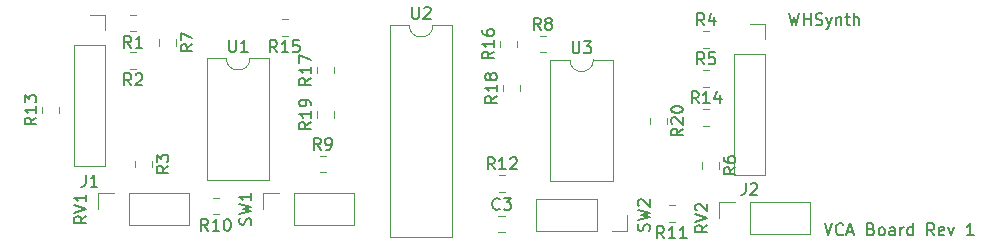
<source format=gbr>
G04 #@! TF.GenerationSoftware,KiCad,Pcbnew,(5.1.2-1)-1*
G04 #@! TF.CreationDate,2019-08-21T10:56:26-07:00*
G04 #@! TF.ProjectId,AS3360_VCA,41533333-3630-45f5-9643-412e6b696361,rev?*
G04 #@! TF.SameCoordinates,Original*
G04 #@! TF.FileFunction,Legend,Top*
G04 #@! TF.FilePolarity,Positive*
%FSLAX46Y46*%
G04 Gerber Fmt 4.6, Leading zero omitted, Abs format (unit mm)*
G04 Created by KiCad (PCBNEW (5.1.2-1)-1) date 2019-08-21 10:56:26*
%MOMM*%
%LPD*%
G04 APERTURE LIST*
%ADD10C,0.150000*%
%ADD11C,0.120000*%
G04 APERTURE END LIST*
D10*
X119372857Y-108672380D02*
X119706190Y-109672380D01*
X120039523Y-108672380D01*
X120944285Y-109577142D02*
X120896666Y-109624761D01*
X120753809Y-109672380D01*
X120658571Y-109672380D01*
X120515714Y-109624761D01*
X120420476Y-109529523D01*
X120372857Y-109434285D01*
X120325238Y-109243809D01*
X120325238Y-109100952D01*
X120372857Y-108910476D01*
X120420476Y-108815238D01*
X120515714Y-108720000D01*
X120658571Y-108672380D01*
X120753809Y-108672380D01*
X120896666Y-108720000D01*
X120944285Y-108767619D01*
X121325238Y-109386666D02*
X121801428Y-109386666D01*
X121230000Y-109672380D02*
X121563333Y-108672380D01*
X121896666Y-109672380D01*
X123325238Y-109148571D02*
X123468095Y-109196190D01*
X123515714Y-109243809D01*
X123563333Y-109339047D01*
X123563333Y-109481904D01*
X123515714Y-109577142D01*
X123468095Y-109624761D01*
X123372857Y-109672380D01*
X122991904Y-109672380D01*
X122991904Y-108672380D01*
X123325238Y-108672380D01*
X123420476Y-108720000D01*
X123468095Y-108767619D01*
X123515714Y-108862857D01*
X123515714Y-108958095D01*
X123468095Y-109053333D01*
X123420476Y-109100952D01*
X123325238Y-109148571D01*
X122991904Y-109148571D01*
X124134761Y-109672380D02*
X124039523Y-109624761D01*
X123991904Y-109577142D01*
X123944285Y-109481904D01*
X123944285Y-109196190D01*
X123991904Y-109100952D01*
X124039523Y-109053333D01*
X124134761Y-109005714D01*
X124277619Y-109005714D01*
X124372857Y-109053333D01*
X124420476Y-109100952D01*
X124468095Y-109196190D01*
X124468095Y-109481904D01*
X124420476Y-109577142D01*
X124372857Y-109624761D01*
X124277619Y-109672380D01*
X124134761Y-109672380D01*
X125325238Y-109672380D02*
X125325238Y-109148571D01*
X125277619Y-109053333D01*
X125182380Y-109005714D01*
X124991904Y-109005714D01*
X124896666Y-109053333D01*
X125325238Y-109624761D02*
X125230000Y-109672380D01*
X124991904Y-109672380D01*
X124896666Y-109624761D01*
X124849047Y-109529523D01*
X124849047Y-109434285D01*
X124896666Y-109339047D01*
X124991904Y-109291428D01*
X125230000Y-109291428D01*
X125325238Y-109243809D01*
X125801428Y-109672380D02*
X125801428Y-109005714D01*
X125801428Y-109196190D02*
X125849047Y-109100952D01*
X125896666Y-109053333D01*
X125991904Y-109005714D01*
X126087142Y-109005714D01*
X126849047Y-109672380D02*
X126849047Y-108672380D01*
X126849047Y-109624761D02*
X126753809Y-109672380D01*
X126563333Y-109672380D01*
X126468095Y-109624761D01*
X126420476Y-109577142D01*
X126372857Y-109481904D01*
X126372857Y-109196190D01*
X126420476Y-109100952D01*
X126468095Y-109053333D01*
X126563333Y-109005714D01*
X126753809Y-109005714D01*
X126849047Y-109053333D01*
X128658571Y-109672380D02*
X128325238Y-109196190D01*
X128087142Y-109672380D02*
X128087142Y-108672380D01*
X128468095Y-108672380D01*
X128563333Y-108720000D01*
X128610952Y-108767619D01*
X128658571Y-108862857D01*
X128658571Y-109005714D01*
X128610952Y-109100952D01*
X128563333Y-109148571D01*
X128468095Y-109196190D01*
X128087142Y-109196190D01*
X129468095Y-109624761D02*
X129372857Y-109672380D01*
X129182380Y-109672380D01*
X129087142Y-109624761D01*
X129039523Y-109529523D01*
X129039523Y-109148571D01*
X129087142Y-109053333D01*
X129182380Y-109005714D01*
X129372857Y-109005714D01*
X129468095Y-109053333D01*
X129515714Y-109148571D01*
X129515714Y-109243809D01*
X129039523Y-109339047D01*
X129849047Y-109005714D02*
X130087142Y-109672380D01*
X130325238Y-109005714D01*
X131991904Y-109672380D02*
X131420476Y-109672380D01*
X131706190Y-109672380D02*
X131706190Y-108672380D01*
X131610952Y-108815238D01*
X131515714Y-108910476D01*
X131420476Y-108958095D01*
X116380000Y-90892380D02*
X116618095Y-91892380D01*
X116808571Y-91178095D01*
X116999047Y-91892380D01*
X117237142Y-90892380D01*
X117618095Y-91892380D02*
X117618095Y-90892380D01*
X117618095Y-91368571D02*
X118189523Y-91368571D01*
X118189523Y-91892380D02*
X118189523Y-90892380D01*
X118618095Y-91844761D02*
X118760952Y-91892380D01*
X118999047Y-91892380D01*
X119094285Y-91844761D01*
X119141904Y-91797142D01*
X119189523Y-91701904D01*
X119189523Y-91606666D01*
X119141904Y-91511428D01*
X119094285Y-91463809D01*
X118999047Y-91416190D01*
X118808571Y-91368571D01*
X118713333Y-91320952D01*
X118665714Y-91273333D01*
X118618095Y-91178095D01*
X118618095Y-91082857D01*
X118665714Y-90987619D01*
X118713333Y-90940000D01*
X118808571Y-90892380D01*
X119046666Y-90892380D01*
X119189523Y-90940000D01*
X119522857Y-91225714D02*
X119760952Y-91892380D01*
X119999047Y-91225714D02*
X119760952Y-91892380D01*
X119665714Y-92130476D01*
X119618095Y-92178095D01*
X119522857Y-92225714D01*
X120380000Y-91225714D02*
X120380000Y-91892380D01*
X120380000Y-91320952D02*
X120427619Y-91273333D01*
X120522857Y-91225714D01*
X120665714Y-91225714D01*
X120760952Y-91273333D01*
X120808571Y-91368571D01*
X120808571Y-91892380D01*
X121141904Y-91225714D02*
X121522857Y-91225714D01*
X121284761Y-90892380D02*
X121284761Y-91749523D01*
X121332380Y-91844761D01*
X121427619Y-91892380D01*
X121522857Y-91892380D01*
X121856190Y-91892380D02*
X121856190Y-90892380D01*
X122284761Y-91892380D02*
X122284761Y-91368571D01*
X122237142Y-91273333D01*
X122141904Y-91225714D01*
X121999047Y-91225714D01*
X121903809Y-91273333D01*
X121856190Y-91320952D01*
D11*
X57150000Y-90999000D02*
X58480000Y-90999000D01*
X58480000Y-90999000D02*
X58480000Y-92329000D01*
X58480000Y-93599000D02*
X58480000Y-103819000D01*
X55820000Y-103819000D02*
X58480000Y-103819000D01*
X55820000Y-93599000D02*
X55820000Y-103819000D01*
X55820000Y-93599000D02*
X58480000Y-93599000D01*
X111700000Y-94361000D02*
X114360000Y-94361000D01*
X111700000Y-94361000D02*
X111700000Y-104581000D01*
X111700000Y-104581000D02*
X114360000Y-104581000D01*
X114360000Y-94361000D02*
X114360000Y-104581000D01*
X114360000Y-91761000D02*
X114360000Y-93091000D01*
X113030000Y-91761000D02*
X114360000Y-91761000D01*
X57852000Y-107442000D02*
X57852000Y-106112000D01*
X57852000Y-106112000D02*
X59182000Y-106112000D01*
X60452000Y-106112000D02*
X65592000Y-106112000D01*
X65592000Y-108772000D02*
X65592000Y-106112000D01*
X60452000Y-108772000D02*
X65592000Y-108772000D01*
X60452000Y-108772000D02*
X60452000Y-106112000D01*
X110430000Y-108204000D02*
X110430000Y-106874000D01*
X110430000Y-106874000D02*
X111760000Y-106874000D01*
X113030000Y-106874000D02*
X118170000Y-106874000D01*
X118170000Y-109534000D02*
X118170000Y-106874000D01*
X113030000Y-109534000D02*
X118170000Y-109534000D01*
X113030000Y-109534000D02*
X113030000Y-106874000D01*
X74422000Y-108772000D02*
X74422000Y-106112000D01*
X74422000Y-108772000D02*
X79562000Y-108772000D01*
X79562000Y-108772000D02*
X79562000Y-106112000D01*
X74422000Y-106112000D02*
X79562000Y-106112000D01*
X71822000Y-106112000D02*
X73152000Y-106112000D01*
X71822000Y-107442000D02*
X71822000Y-106112000D01*
X100076000Y-106620000D02*
X100076000Y-109280000D01*
X100076000Y-106620000D02*
X94936000Y-106620000D01*
X94936000Y-106620000D02*
X94936000Y-109280000D01*
X100076000Y-109280000D02*
X94936000Y-109280000D01*
X102676000Y-109280000D02*
X101346000Y-109280000D01*
X102676000Y-107950000D02*
X102676000Y-109280000D01*
X70723000Y-94682000D02*
G75*
G02X68723000Y-94682000I-1000000J0D01*
G01*
X68723000Y-94682000D02*
X67073000Y-94682000D01*
X67073000Y-94682000D02*
X67073000Y-104962000D01*
X67073000Y-104962000D02*
X72373000Y-104962000D01*
X72373000Y-104962000D02*
X72373000Y-94682000D01*
X72373000Y-94682000D02*
X70723000Y-94682000D01*
X86217000Y-91888000D02*
G75*
G02X84217000Y-91888000I-1000000J0D01*
G01*
X84217000Y-91888000D02*
X82567000Y-91888000D01*
X82567000Y-91888000D02*
X82567000Y-109788000D01*
X82567000Y-109788000D02*
X87867000Y-109788000D01*
X87867000Y-109788000D02*
X87867000Y-91888000D01*
X87867000Y-91888000D02*
X86217000Y-91888000D01*
X91767922Y-108002000D02*
X92285078Y-108002000D01*
X91767922Y-109422000D02*
X92285078Y-109422000D01*
X61091578Y-90984000D02*
X60574422Y-90984000D01*
X61091578Y-92404000D02*
X60574422Y-92404000D01*
X61091578Y-95579000D02*
X60574422Y-95579000D01*
X61091578Y-94159000D02*
X60574422Y-94159000D01*
X61012000Y-103373422D02*
X61012000Y-103890578D01*
X62432000Y-103373422D02*
X62432000Y-103890578D01*
X109088422Y-93801000D02*
X109605578Y-93801000D01*
X109088422Y-92381000D02*
X109605578Y-92381000D01*
X109088422Y-95683000D02*
X109605578Y-95683000D01*
X109088422Y-97103000D02*
X109605578Y-97103000D01*
X109018000Y-103500422D02*
X109018000Y-104017578D01*
X110438000Y-103500422D02*
X110438000Y-104017578D01*
X64464000Y-93086422D02*
X64464000Y-93603578D01*
X63044000Y-93086422D02*
X63044000Y-93603578D01*
X95245422Y-92762000D02*
X95762578Y-92762000D01*
X95245422Y-94182000D02*
X95762578Y-94182000D01*
X76624922Y-102922000D02*
X77142078Y-102922000D01*
X76624922Y-104342000D02*
X77142078Y-104342000D01*
X68076578Y-106478000D02*
X67559422Y-106478000D01*
X68076578Y-107898000D02*
X67559422Y-107898000D01*
X106684578Y-108533000D02*
X106167422Y-108533000D01*
X106684578Y-107113000D02*
X106167422Y-107113000D01*
X91816422Y-105993000D02*
X92333578Y-105993000D01*
X91816422Y-104573000D02*
X92333578Y-104573000D01*
X53138000Y-99318578D02*
X53138000Y-98801422D01*
X54558000Y-99318578D02*
X54558000Y-98801422D01*
X109088422Y-98985000D02*
X109605578Y-98985000D01*
X109088422Y-100405000D02*
X109605578Y-100405000D01*
X73918578Y-92785000D02*
X73401422Y-92785000D01*
X73918578Y-91365000D02*
X73401422Y-91365000D01*
X91873000Y-93730578D02*
X91873000Y-93213422D01*
X93293000Y-93730578D02*
X93293000Y-93213422D01*
X77799000Y-95968078D02*
X77799000Y-95450922D01*
X76379000Y-95968078D02*
X76379000Y-95450922D01*
X93547000Y-97492078D02*
X93547000Y-96974922D01*
X92127000Y-97492078D02*
X92127000Y-96974922D01*
X77799000Y-99699578D02*
X77799000Y-99182422D01*
X76379000Y-99699578D02*
X76379000Y-99182422D01*
X104573000Y-99738922D02*
X104573000Y-100256078D01*
X105993000Y-99738922D02*
X105993000Y-100256078D01*
X99806000Y-94809000D02*
G75*
G02X97806000Y-94809000I-1000000J0D01*
G01*
X97806000Y-94809000D02*
X96156000Y-94809000D01*
X96156000Y-94809000D02*
X96156000Y-105089000D01*
X96156000Y-105089000D02*
X101456000Y-105089000D01*
X101456000Y-105089000D02*
X101456000Y-94809000D01*
X101456000Y-94809000D02*
X99806000Y-94809000D01*
D10*
X56816666Y-104544880D02*
X56816666Y-105259166D01*
X56769047Y-105402023D01*
X56673809Y-105497261D01*
X56530952Y-105544880D01*
X56435714Y-105544880D01*
X57816666Y-105544880D02*
X57245238Y-105544880D01*
X57530952Y-105544880D02*
X57530952Y-104544880D01*
X57435714Y-104687738D01*
X57340476Y-104782976D01*
X57245238Y-104830595D01*
X112696666Y-105243380D02*
X112696666Y-105957666D01*
X112649047Y-106100523D01*
X112553809Y-106195761D01*
X112410952Y-106243380D01*
X112315714Y-106243380D01*
X113125238Y-105338619D02*
X113172857Y-105291000D01*
X113268095Y-105243380D01*
X113506190Y-105243380D01*
X113601428Y-105291000D01*
X113649047Y-105338619D01*
X113696666Y-105433857D01*
X113696666Y-105529095D01*
X113649047Y-105671952D01*
X113077619Y-106243380D01*
X113696666Y-106243380D01*
X56864380Y-108037238D02*
X56388190Y-108370571D01*
X56864380Y-108608666D02*
X55864380Y-108608666D01*
X55864380Y-108227714D01*
X55912000Y-108132476D01*
X55959619Y-108084857D01*
X56054857Y-108037238D01*
X56197714Y-108037238D01*
X56292952Y-108084857D01*
X56340571Y-108132476D01*
X56388190Y-108227714D01*
X56388190Y-108608666D01*
X55864380Y-107751523D02*
X56864380Y-107418190D01*
X55864380Y-107084857D01*
X56864380Y-106227714D02*
X56864380Y-106799142D01*
X56864380Y-106513428D02*
X55864380Y-106513428D01*
X56007238Y-106608666D01*
X56102476Y-106703904D01*
X56150095Y-106799142D01*
X109442380Y-108799238D02*
X108966190Y-109132571D01*
X109442380Y-109370666D02*
X108442380Y-109370666D01*
X108442380Y-108989714D01*
X108490000Y-108894476D01*
X108537619Y-108846857D01*
X108632857Y-108799238D01*
X108775714Y-108799238D01*
X108870952Y-108846857D01*
X108918571Y-108894476D01*
X108966190Y-108989714D01*
X108966190Y-109370666D01*
X108442380Y-108513523D02*
X109442380Y-108180190D01*
X108442380Y-107846857D01*
X108537619Y-107561142D02*
X108490000Y-107513523D01*
X108442380Y-107418285D01*
X108442380Y-107180190D01*
X108490000Y-107084952D01*
X108537619Y-107037333D01*
X108632857Y-106989714D01*
X108728095Y-106989714D01*
X108870952Y-107037333D01*
X109442380Y-107608761D01*
X109442380Y-106989714D01*
X70786761Y-108775333D02*
X70834380Y-108632476D01*
X70834380Y-108394380D01*
X70786761Y-108299142D01*
X70739142Y-108251523D01*
X70643904Y-108203904D01*
X70548666Y-108203904D01*
X70453428Y-108251523D01*
X70405809Y-108299142D01*
X70358190Y-108394380D01*
X70310571Y-108584857D01*
X70262952Y-108680095D01*
X70215333Y-108727714D01*
X70120095Y-108775333D01*
X70024857Y-108775333D01*
X69929619Y-108727714D01*
X69882000Y-108680095D01*
X69834380Y-108584857D01*
X69834380Y-108346761D01*
X69882000Y-108203904D01*
X69834380Y-107870571D02*
X70834380Y-107632476D01*
X70120095Y-107442000D01*
X70834380Y-107251523D01*
X69834380Y-107013428D01*
X70834380Y-106108666D02*
X70834380Y-106680095D01*
X70834380Y-106394380D02*
X69834380Y-106394380D01*
X69977238Y-106489619D01*
X70072476Y-106584857D01*
X70120095Y-106680095D01*
X104520761Y-109283333D02*
X104568380Y-109140476D01*
X104568380Y-108902380D01*
X104520761Y-108807142D01*
X104473142Y-108759523D01*
X104377904Y-108711904D01*
X104282666Y-108711904D01*
X104187428Y-108759523D01*
X104139809Y-108807142D01*
X104092190Y-108902380D01*
X104044571Y-109092857D01*
X103996952Y-109188095D01*
X103949333Y-109235714D01*
X103854095Y-109283333D01*
X103758857Y-109283333D01*
X103663619Y-109235714D01*
X103616000Y-109188095D01*
X103568380Y-109092857D01*
X103568380Y-108854761D01*
X103616000Y-108711904D01*
X103568380Y-108378571D02*
X104568380Y-108140476D01*
X103854095Y-107950000D01*
X104568380Y-107759523D01*
X103568380Y-107521428D01*
X103663619Y-107188095D02*
X103616000Y-107140476D01*
X103568380Y-107045238D01*
X103568380Y-106807142D01*
X103616000Y-106711904D01*
X103663619Y-106664285D01*
X103758857Y-106616666D01*
X103854095Y-106616666D01*
X103996952Y-106664285D01*
X104568380Y-107235714D01*
X104568380Y-106616666D01*
X68961095Y-93134380D02*
X68961095Y-93943904D01*
X69008714Y-94039142D01*
X69056333Y-94086761D01*
X69151571Y-94134380D01*
X69342047Y-94134380D01*
X69437285Y-94086761D01*
X69484904Y-94039142D01*
X69532523Y-93943904D01*
X69532523Y-93134380D01*
X70532523Y-94134380D02*
X69961095Y-94134380D01*
X70246809Y-94134380D02*
X70246809Y-93134380D01*
X70151571Y-93277238D01*
X70056333Y-93372476D01*
X69961095Y-93420095D01*
X84455095Y-90340380D02*
X84455095Y-91149904D01*
X84502714Y-91245142D01*
X84550333Y-91292761D01*
X84645571Y-91340380D01*
X84836047Y-91340380D01*
X84931285Y-91292761D01*
X84978904Y-91245142D01*
X85026523Y-91149904D01*
X85026523Y-90340380D01*
X85455095Y-90435619D02*
X85502714Y-90388000D01*
X85597952Y-90340380D01*
X85836047Y-90340380D01*
X85931285Y-90388000D01*
X85978904Y-90435619D01*
X86026523Y-90530857D01*
X86026523Y-90626095D01*
X85978904Y-90768952D01*
X85407476Y-91340380D01*
X86026523Y-91340380D01*
X91859833Y-107419142D02*
X91812214Y-107466761D01*
X91669357Y-107514380D01*
X91574119Y-107514380D01*
X91431261Y-107466761D01*
X91336023Y-107371523D01*
X91288404Y-107276285D01*
X91240785Y-107085809D01*
X91240785Y-106942952D01*
X91288404Y-106752476D01*
X91336023Y-106657238D01*
X91431261Y-106562000D01*
X91574119Y-106514380D01*
X91669357Y-106514380D01*
X91812214Y-106562000D01*
X91859833Y-106609619D01*
X92193166Y-106514380D02*
X92812214Y-106514380D01*
X92478880Y-106895333D01*
X92621738Y-106895333D01*
X92716976Y-106942952D01*
X92764595Y-106990571D01*
X92812214Y-107085809D01*
X92812214Y-107323904D01*
X92764595Y-107419142D01*
X92716976Y-107466761D01*
X92621738Y-107514380D01*
X92336023Y-107514380D01*
X92240785Y-107466761D01*
X92193166Y-107419142D01*
X60666333Y-93796380D02*
X60333000Y-93320190D01*
X60094904Y-93796380D02*
X60094904Y-92796380D01*
X60475857Y-92796380D01*
X60571095Y-92844000D01*
X60618714Y-92891619D01*
X60666333Y-92986857D01*
X60666333Y-93129714D01*
X60618714Y-93224952D01*
X60571095Y-93272571D01*
X60475857Y-93320190D01*
X60094904Y-93320190D01*
X61618714Y-93796380D02*
X61047285Y-93796380D01*
X61333000Y-93796380D02*
X61333000Y-92796380D01*
X61237761Y-92939238D01*
X61142523Y-93034476D01*
X61047285Y-93082095D01*
X60666333Y-96971380D02*
X60333000Y-96495190D01*
X60094904Y-96971380D02*
X60094904Y-95971380D01*
X60475857Y-95971380D01*
X60571095Y-96019000D01*
X60618714Y-96066619D01*
X60666333Y-96161857D01*
X60666333Y-96304714D01*
X60618714Y-96399952D01*
X60571095Y-96447571D01*
X60475857Y-96495190D01*
X60094904Y-96495190D01*
X61047285Y-96066619D02*
X61094904Y-96019000D01*
X61190142Y-95971380D01*
X61428238Y-95971380D01*
X61523476Y-96019000D01*
X61571095Y-96066619D01*
X61618714Y-96161857D01*
X61618714Y-96257095D01*
X61571095Y-96399952D01*
X60999666Y-96971380D01*
X61618714Y-96971380D01*
X63824380Y-103798666D02*
X63348190Y-104132000D01*
X63824380Y-104370095D02*
X62824380Y-104370095D01*
X62824380Y-103989142D01*
X62872000Y-103893904D01*
X62919619Y-103846285D01*
X63014857Y-103798666D01*
X63157714Y-103798666D01*
X63252952Y-103846285D01*
X63300571Y-103893904D01*
X63348190Y-103989142D01*
X63348190Y-104370095D01*
X62824380Y-103465333D02*
X62824380Y-102846285D01*
X63205333Y-103179619D01*
X63205333Y-103036761D01*
X63252952Y-102941523D01*
X63300571Y-102893904D01*
X63395809Y-102846285D01*
X63633904Y-102846285D01*
X63729142Y-102893904D01*
X63776761Y-102941523D01*
X63824380Y-103036761D01*
X63824380Y-103322476D01*
X63776761Y-103417714D01*
X63729142Y-103465333D01*
X109180333Y-91893380D02*
X108847000Y-91417190D01*
X108608904Y-91893380D02*
X108608904Y-90893380D01*
X108989857Y-90893380D01*
X109085095Y-90941000D01*
X109132714Y-90988619D01*
X109180333Y-91083857D01*
X109180333Y-91226714D01*
X109132714Y-91321952D01*
X109085095Y-91369571D01*
X108989857Y-91417190D01*
X108608904Y-91417190D01*
X110037476Y-91226714D02*
X110037476Y-91893380D01*
X109799380Y-90845761D02*
X109561285Y-91560047D01*
X110180333Y-91560047D01*
X109180333Y-95195380D02*
X108847000Y-94719190D01*
X108608904Y-95195380D02*
X108608904Y-94195380D01*
X108989857Y-94195380D01*
X109085095Y-94243000D01*
X109132714Y-94290619D01*
X109180333Y-94385857D01*
X109180333Y-94528714D01*
X109132714Y-94623952D01*
X109085095Y-94671571D01*
X108989857Y-94719190D01*
X108608904Y-94719190D01*
X110085095Y-94195380D02*
X109608904Y-94195380D01*
X109561285Y-94671571D01*
X109608904Y-94623952D01*
X109704142Y-94576333D01*
X109942238Y-94576333D01*
X110037476Y-94623952D01*
X110085095Y-94671571D01*
X110132714Y-94766809D01*
X110132714Y-95004904D01*
X110085095Y-95100142D01*
X110037476Y-95147761D01*
X109942238Y-95195380D01*
X109704142Y-95195380D01*
X109608904Y-95147761D01*
X109561285Y-95100142D01*
X111830380Y-103925666D02*
X111354190Y-104259000D01*
X111830380Y-104497095D02*
X110830380Y-104497095D01*
X110830380Y-104116142D01*
X110878000Y-104020904D01*
X110925619Y-103973285D01*
X111020857Y-103925666D01*
X111163714Y-103925666D01*
X111258952Y-103973285D01*
X111306571Y-104020904D01*
X111354190Y-104116142D01*
X111354190Y-104497095D01*
X110830380Y-103068523D02*
X110830380Y-103259000D01*
X110878000Y-103354238D01*
X110925619Y-103401857D01*
X111068476Y-103497095D01*
X111258952Y-103544714D01*
X111639904Y-103544714D01*
X111735142Y-103497095D01*
X111782761Y-103449476D01*
X111830380Y-103354238D01*
X111830380Y-103163761D01*
X111782761Y-103068523D01*
X111735142Y-103020904D01*
X111639904Y-102973285D01*
X111401809Y-102973285D01*
X111306571Y-103020904D01*
X111258952Y-103068523D01*
X111211333Y-103163761D01*
X111211333Y-103354238D01*
X111258952Y-103449476D01*
X111306571Y-103497095D01*
X111401809Y-103544714D01*
X65856380Y-93511666D02*
X65380190Y-93845000D01*
X65856380Y-94083095D02*
X64856380Y-94083095D01*
X64856380Y-93702142D01*
X64904000Y-93606904D01*
X64951619Y-93559285D01*
X65046857Y-93511666D01*
X65189714Y-93511666D01*
X65284952Y-93559285D01*
X65332571Y-93606904D01*
X65380190Y-93702142D01*
X65380190Y-94083095D01*
X64856380Y-93178333D02*
X64856380Y-92511666D01*
X65856380Y-92940238D01*
X95337333Y-92274380D02*
X95004000Y-91798190D01*
X94765904Y-92274380D02*
X94765904Y-91274380D01*
X95146857Y-91274380D01*
X95242095Y-91322000D01*
X95289714Y-91369619D01*
X95337333Y-91464857D01*
X95337333Y-91607714D01*
X95289714Y-91702952D01*
X95242095Y-91750571D01*
X95146857Y-91798190D01*
X94765904Y-91798190D01*
X95908761Y-91702952D02*
X95813523Y-91655333D01*
X95765904Y-91607714D01*
X95718285Y-91512476D01*
X95718285Y-91464857D01*
X95765904Y-91369619D01*
X95813523Y-91322000D01*
X95908761Y-91274380D01*
X96099238Y-91274380D01*
X96194476Y-91322000D01*
X96242095Y-91369619D01*
X96289714Y-91464857D01*
X96289714Y-91512476D01*
X96242095Y-91607714D01*
X96194476Y-91655333D01*
X96099238Y-91702952D01*
X95908761Y-91702952D01*
X95813523Y-91750571D01*
X95765904Y-91798190D01*
X95718285Y-91893428D01*
X95718285Y-92083904D01*
X95765904Y-92179142D01*
X95813523Y-92226761D01*
X95908761Y-92274380D01*
X96099238Y-92274380D01*
X96194476Y-92226761D01*
X96242095Y-92179142D01*
X96289714Y-92083904D01*
X96289714Y-91893428D01*
X96242095Y-91798190D01*
X96194476Y-91750571D01*
X96099238Y-91702952D01*
X76716833Y-102434380D02*
X76383500Y-101958190D01*
X76145404Y-102434380D02*
X76145404Y-101434380D01*
X76526357Y-101434380D01*
X76621595Y-101482000D01*
X76669214Y-101529619D01*
X76716833Y-101624857D01*
X76716833Y-101767714D01*
X76669214Y-101862952D01*
X76621595Y-101910571D01*
X76526357Y-101958190D01*
X76145404Y-101958190D01*
X77193023Y-102434380D02*
X77383500Y-102434380D01*
X77478738Y-102386761D01*
X77526357Y-102339142D01*
X77621595Y-102196285D01*
X77669214Y-102005809D01*
X77669214Y-101624857D01*
X77621595Y-101529619D01*
X77573976Y-101482000D01*
X77478738Y-101434380D01*
X77288261Y-101434380D01*
X77193023Y-101482000D01*
X77145404Y-101529619D01*
X77097785Y-101624857D01*
X77097785Y-101862952D01*
X77145404Y-101958190D01*
X77193023Y-102005809D01*
X77288261Y-102053428D01*
X77478738Y-102053428D01*
X77573976Y-102005809D01*
X77621595Y-101958190D01*
X77669214Y-101862952D01*
X67175142Y-109290380D02*
X66841809Y-108814190D01*
X66603714Y-109290380D02*
X66603714Y-108290380D01*
X66984666Y-108290380D01*
X67079904Y-108338000D01*
X67127523Y-108385619D01*
X67175142Y-108480857D01*
X67175142Y-108623714D01*
X67127523Y-108718952D01*
X67079904Y-108766571D01*
X66984666Y-108814190D01*
X66603714Y-108814190D01*
X68127523Y-109290380D02*
X67556095Y-109290380D01*
X67841809Y-109290380D02*
X67841809Y-108290380D01*
X67746571Y-108433238D01*
X67651333Y-108528476D01*
X67556095Y-108576095D01*
X68746571Y-108290380D02*
X68841809Y-108290380D01*
X68937047Y-108338000D01*
X68984666Y-108385619D01*
X69032285Y-108480857D01*
X69079904Y-108671333D01*
X69079904Y-108909428D01*
X69032285Y-109099904D01*
X68984666Y-109195142D01*
X68937047Y-109242761D01*
X68841809Y-109290380D01*
X68746571Y-109290380D01*
X68651333Y-109242761D01*
X68603714Y-109195142D01*
X68556095Y-109099904D01*
X68508476Y-108909428D01*
X68508476Y-108671333D01*
X68556095Y-108480857D01*
X68603714Y-108385619D01*
X68651333Y-108338000D01*
X68746571Y-108290380D01*
X105783142Y-109925380D02*
X105449809Y-109449190D01*
X105211714Y-109925380D02*
X105211714Y-108925380D01*
X105592666Y-108925380D01*
X105687904Y-108973000D01*
X105735523Y-109020619D01*
X105783142Y-109115857D01*
X105783142Y-109258714D01*
X105735523Y-109353952D01*
X105687904Y-109401571D01*
X105592666Y-109449190D01*
X105211714Y-109449190D01*
X106735523Y-109925380D02*
X106164095Y-109925380D01*
X106449809Y-109925380D02*
X106449809Y-108925380D01*
X106354571Y-109068238D01*
X106259333Y-109163476D01*
X106164095Y-109211095D01*
X107687904Y-109925380D02*
X107116476Y-109925380D01*
X107402190Y-109925380D02*
X107402190Y-108925380D01*
X107306952Y-109068238D01*
X107211714Y-109163476D01*
X107116476Y-109211095D01*
X91432142Y-104085380D02*
X91098809Y-103609190D01*
X90860714Y-104085380D02*
X90860714Y-103085380D01*
X91241666Y-103085380D01*
X91336904Y-103133000D01*
X91384523Y-103180619D01*
X91432142Y-103275857D01*
X91432142Y-103418714D01*
X91384523Y-103513952D01*
X91336904Y-103561571D01*
X91241666Y-103609190D01*
X90860714Y-103609190D01*
X92384523Y-104085380D02*
X91813095Y-104085380D01*
X92098809Y-104085380D02*
X92098809Y-103085380D01*
X92003571Y-103228238D01*
X91908333Y-103323476D01*
X91813095Y-103371095D01*
X92765476Y-103180619D02*
X92813095Y-103133000D01*
X92908333Y-103085380D01*
X93146428Y-103085380D01*
X93241666Y-103133000D01*
X93289285Y-103180619D01*
X93336904Y-103275857D01*
X93336904Y-103371095D01*
X93289285Y-103513952D01*
X92717857Y-104085380D01*
X93336904Y-104085380D01*
X52650380Y-99702857D02*
X52174190Y-100036190D01*
X52650380Y-100274285D02*
X51650380Y-100274285D01*
X51650380Y-99893333D01*
X51698000Y-99798095D01*
X51745619Y-99750476D01*
X51840857Y-99702857D01*
X51983714Y-99702857D01*
X52078952Y-99750476D01*
X52126571Y-99798095D01*
X52174190Y-99893333D01*
X52174190Y-100274285D01*
X52650380Y-98750476D02*
X52650380Y-99321904D01*
X52650380Y-99036190D02*
X51650380Y-99036190D01*
X51793238Y-99131428D01*
X51888476Y-99226666D01*
X51936095Y-99321904D01*
X51650380Y-98417142D02*
X51650380Y-97798095D01*
X52031333Y-98131428D01*
X52031333Y-97988571D01*
X52078952Y-97893333D01*
X52126571Y-97845714D01*
X52221809Y-97798095D01*
X52459904Y-97798095D01*
X52555142Y-97845714D01*
X52602761Y-97893333D01*
X52650380Y-97988571D01*
X52650380Y-98274285D01*
X52602761Y-98369523D01*
X52555142Y-98417142D01*
X108704142Y-98497380D02*
X108370809Y-98021190D01*
X108132714Y-98497380D02*
X108132714Y-97497380D01*
X108513666Y-97497380D01*
X108608904Y-97545000D01*
X108656523Y-97592619D01*
X108704142Y-97687857D01*
X108704142Y-97830714D01*
X108656523Y-97925952D01*
X108608904Y-97973571D01*
X108513666Y-98021190D01*
X108132714Y-98021190D01*
X109656523Y-98497380D02*
X109085095Y-98497380D01*
X109370809Y-98497380D02*
X109370809Y-97497380D01*
X109275571Y-97640238D01*
X109180333Y-97735476D01*
X109085095Y-97783095D01*
X110513666Y-97830714D02*
X110513666Y-98497380D01*
X110275571Y-97449761D02*
X110037476Y-98164047D01*
X110656523Y-98164047D01*
X73017142Y-94177380D02*
X72683809Y-93701190D01*
X72445714Y-94177380D02*
X72445714Y-93177380D01*
X72826666Y-93177380D01*
X72921904Y-93225000D01*
X72969523Y-93272619D01*
X73017142Y-93367857D01*
X73017142Y-93510714D01*
X72969523Y-93605952D01*
X72921904Y-93653571D01*
X72826666Y-93701190D01*
X72445714Y-93701190D01*
X73969523Y-94177380D02*
X73398095Y-94177380D01*
X73683809Y-94177380D02*
X73683809Y-93177380D01*
X73588571Y-93320238D01*
X73493333Y-93415476D01*
X73398095Y-93463095D01*
X74874285Y-93177380D02*
X74398095Y-93177380D01*
X74350476Y-93653571D01*
X74398095Y-93605952D01*
X74493333Y-93558333D01*
X74731428Y-93558333D01*
X74826666Y-93605952D01*
X74874285Y-93653571D01*
X74921904Y-93748809D01*
X74921904Y-93986904D01*
X74874285Y-94082142D01*
X74826666Y-94129761D01*
X74731428Y-94177380D01*
X74493333Y-94177380D01*
X74398095Y-94129761D01*
X74350476Y-94082142D01*
X91385380Y-94114857D02*
X90909190Y-94448190D01*
X91385380Y-94686285D02*
X90385380Y-94686285D01*
X90385380Y-94305333D01*
X90433000Y-94210095D01*
X90480619Y-94162476D01*
X90575857Y-94114857D01*
X90718714Y-94114857D01*
X90813952Y-94162476D01*
X90861571Y-94210095D01*
X90909190Y-94305333D01*
X90909190Y-94686285D01*
X91385380Y-93162476D02*
X91385380Y-93733904D01*
X91385380Y-93448190D02*
X90385380Y-93448190D01*
X90528238Y-93543428D01*
X90623476Y-93638666D01*
X90671095Y-93733904D01*
X90385380Y-92305333D02*
X90385380Y-92495809D01*
X90433000Y-92591047D01*
X90480619Y-92638666D01*
X90623476Y-92733904D01*
X90813952Y-92781523D01*
X91194904Y-92781523D01*
X91290142Y-92733904D01*
X91337761Y-92686285D01*
X91385380Y-92591047D01*
X91385380Y-92400571D01*
X91337761Y-92305333D01*
X91290142Y-92257714D01*
X91194904Y-92210095D01*
X90956809Y-92210095D01*
X90861571Y-92257714D01*
X90813952Y-92305333D01*
X90766333Y-92400571D01*
X90766333Y-92591047D01*
X90813952Y-92686285D01*
X90861571Y-92733904D01*
X90956809Y-92781523D01*
X75891380Y-96352357D02*
X75415190Y-96685690D01*
X75891380Y-96923785D02*
X74891380Y-96923785D01*
X74891380Y-96542833D01*
X74939000Y-96447595D01*
X74986619Y-96399976D01*
X75081857Y-96352357D01*
X75224714Y-96352357D01*
X75319952Y-96399976D01*
X75367571Y-96447595D01*
X75415190Y-96542833D01*
X75415190Y-96923785D01*
X75891380Y-95399976D02*
X75891380Y-95971404D01*
X75891380Y-95685690D02*
X74891380Y-95685690D01*
X75034238Y-95780928D01*
X75129476Y-95876166D01*
X75177095Y-95971404D01*
X74891380Y-95066642D02*
X74891380Y-94399976D01*
X75891380Y-94828547D01*
X91639380Y-97876357D02*
X91163190Y-98209690D01*
X91639380Y-98447785D02*
X90639380Y-98447785D01*
X90639380Y-98066833D01*
X90687000Y-97971595D01*
X90734619Y-97923976D01*
X90829857Y-97876357D01*
X90972714Y-97876357D01*
X91067952Y-97923976D01*
X91115571Y-97971595D01*
X91163190Y-98066833D01*
X91163190Y-98447785D01*
X91639380Y-96923976D02*
X91639380Y-97495404D01*
X91639380Y-97209690D02*
X90639380Y-97209690D01*
X90782238Y-97304928D01*
X90877476Y-97400166D01*
X90925095Y-97495404D01*
X91067952Y-96352547D02*
X91020333Y-96447785D01*
X90972714Y-96495404D01*
X90877476Y-96543023D01*
X90829857Y-96543023D01*
X90734619Y-96495404D01*
X90687000Y-96447785D01*
X90639380Y-96352547D01*
X90639380Y-96162071D01*
X90687000Y-96066833D01*
X90734619Y-96019214D01*
X90829857Y-95971595D01*
X90877476Y-95971595D01*
X90972714Y-96019214D01*
X91020333Y-96066833D01*
X91067952Y-96162071D01*
X91067952Y-96352547D01*
X91115571Y-96447785D01*
X91163190Y-96495404D01*
X91258428Y-96543023D01*
X91448904Y-96543023D01*
X91544142Y-96495404D01*
X91591761Y-96447785D01*
X91639380Y-96352547D01*
X91639380Y-96162071D01*
X91591761Y-96066833D01*
X91544142Y-96019214D01*
X91448904Y-95971595D01*
X91258428Y-95971595D01*
X91163190Y-96019214D01*
X91115571Y-96066833D01*
X91067952Y-96162071D01*
X75891380Y-100083857D02*
X75415190Y-100417190D01*
X75891380Y-100655285D02*
X74891380Y-100655285D01*
X74891380Y-100274333D01*
X74939000Y-100179095D01*
X74986619Y-100131476D01*
X75081857Y-100083857D01*
X75224714Y-100083857D01*
X75319952Y-100131476D01*
X75367571Y-100179095D01*
X75415190Y-100274333D01*
X75415190Y-100655285D01*
X75891380Y-99131476D02*
X75891380Y-99702904D01*
X75891380Y-99417190D02*
X74891380Y-99417190D01*
X75034238Y-99512428D01*
X75129476Y-99607666D01*
X75177095Y-99702904D01*
X75891380Y-98655285D02*
X75891380Y-98464809D01*
X75843761Y-98369571D01*
X75796142Y-98321952D01*
X75653285Y-98226714D01*
X75462809Y-98179095D01*
X75081857Y-98179095D01*
X74986619Y-98226714D01*
X74939000Y-98274333D01*
X74891380Y-98369571D01*
X74891380Y-98560047D01*
X74939000Y-98655285D01*
X74986619Y-98702904D01*
X75081857Y-98750523D01*
X75319952Y-98750523D01*
X75415190Y-98702904D01*
X75462809Y-98655285D01*
X75510428Y-98560047D01*
X75510428Y-98369571D01*
X75462809Y-98274333D01*
X75415190Y-98226714D01*
X75319952Y-98179095D01*
X107385380Y-100640357D02*
X106909190Y-100973690D01*
X107385380Y-101211785D02*
X106385380Y-101211785D01*
X106385380Y-100830833D01*
X106433000Y-100735595D01*
X106480619Y-100687976D01*
X106575857Y-100640357D01*
X106718714Y-100640357D01*
X106813952Y-100687976D01*
X106861571Y-100735595D01*
X106909190Y-100830833D01*
X106909190Y-101211785D01*
X106480619Y-100259404D02*
X106433000Y-100211785D01*
X106385380Y-100116547D01*
X106385380Y-99878452D01*
X106433000Y-99783214D01*
X106480619Y-99735595D01*
X106575857Y-99687976D01*
X106671095Y-99687976D01*
X106813952Y-99735595D01*
X107385380Y-100307023D01*
X107385380Y-99687976D01*
X106385380Y-99068928D02*
X106385380Y-98973690D01*
X106433000Y-98878452D01*
X106480619Y-98830833D01*
X106575857Y-98783214D01*
X106766333Y-98735595D01*
X107004428Y-98735595D01*
X107194904Y-98783214D01*
X107290142Y-98830833D01*
X107337761Y-98878452D01*
X107385380Y-98973690D01*
X107385380Y-99068928D01*
X107337761Y-99164166D01*
X107290142Y-99211785D01*
X107194904Y-99259404D01*
X107004428Y-99307023D01*
X106766333Y-99307023D01*
X106575857Y-99259404D01*
X106480619Y-99211785D01*
X106433000Y-99164166D01*
X106385380Y-99068928D01*
X98044095Y-93261380D02*
X98044095Y-94070904D01*
X98091714Y-94166142D01*
X98139333Y-94213761D01*
X98234571Y-94261380D01*
X98425047Y-94261380D01*
X98520285Y-94213761D01*
X98567904Y-94166142D01*
X98615523Y-94070904D01*
X98615523Y-93261380D01*
X98996476Y-93261380D02*
X99615523Y-93261380D01*
X99282190Y-93642333D01*
X99425047Y-93642333D01*
X99520285Y-93689952D01*
X99567904Y-93737571D01*
X99615523Y-93832809D01*
X99615523Y-94070904D01*
X99567904Y-94166142D01*
X99520285Y-94213761D01*
X99425047Y-94261380D01*
X99139333Y-94261380D01*
X99044095Y-94213761D01*
X98996476Y-94166142D01*
M02*

</source>
